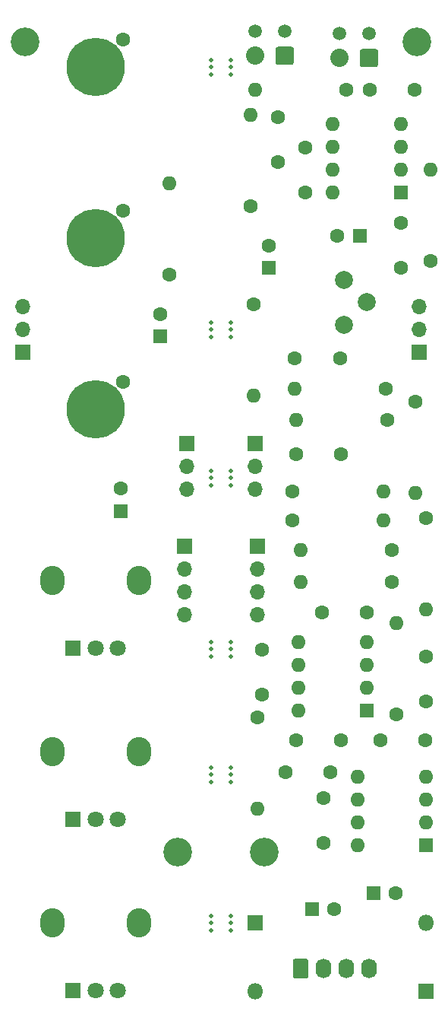
<source format=gts>
%TF.GenerationSoftware,KiCad,Pcbnew,(5.1.8-0-10_14)*%
%TF.CreationDate,2021-09-01T19:05:50+01:00*%
%TF.ProjectId,4u-spring-reverb,34752d73-7072-4696-9e67-2d7265766572,rev?*%
%TF.SameCoordinates,Original*%
%TF.FileFunction,Soldermask,Top*%
%TF.FilePolarity,Negative*%
%FSLAX46Y46*%
G04 Gerber Fmt 4.6, Leading zero omitted, Abs format (unit mm)*
G04 Created by KiCad (PCBNEW (5.1.8-0-10_14)) date 2021-09-01 19:05:50*
%MOMM*%
%LPD*%
G01*
G04 APERTURE LIST*
%ADD10O,1.600000X1.600000*%
%ADD11C,1.600000*%
%ADD12O,2.720000X3.240000*%
%ADD13C,1.800000*%
%ADD14R,1.800000X1.800000*%
%ADD15C,3.200000*%
%ADD16C,2.000000*%
%ADD17O,1.740000X2.190000*%
%ADD18O,1.700000X1.700000*%
%ADD19R,1.700000X1.700000*%
%ADD20C,1.500000*%
%ADD21C,2.032000*%
%ADD22C,6.500000*%
%ADD23R,1.600000X1.600000*%
%ADD24O,1.800000X1.800000*%
%ADD25C,0.500000*%
G04 APERTURE END LIST*
D10*
%TO.C,R16*%
X120015000Y-57404000D03*
D11*
X120015000Y-67564000D03*
%TD*%
D12*
%TO.C,RV2*%
X106960000Y-139700000D03*
X116560000Y-139700000D03*
D13*
X114260000Y-147200000D03*
X111760000Y-147200000D03*
D14*
X109260000Y-147200000D03*
%TD*%
D15*
%TO.C,REF\u002A\u002A*%
X103886000Y-41656000D03*
%TD*%
%TO.C,REF\u002A\u002A*%
X130556000Y-131826000D03*
%TD*%
%TO.C,REF\u002A\u002A*%
X120904000Y-131826000D03*
%TD*%
%TO.C,REF\u002A\u002A*%
X147574000Y-41656000D03*
%TD*%
D16*
%TO.C,R14*%
X139486000Y-73112000D03*
X139486000Y-68112000D03*
X141986000Y-70612000D03*
%TD*%
D10*
%TO.C,R13*%
X129794000Y-127000000D03*
D11*
X129794000Y-116840000D03*
%TD*%
D10*
%TO.C,R2*%
X129413000Y-81026000D03*
D11*
X129413000Y-70866000D03*
%TD*%
D17*
%TO.C,J8*%
X142240000Y-144780000D03*
X139700000Y-144780000D03*
X137160000Y-144780000D03*
G36*
G01*
X133750000Y-145625001D02*
X133750000Y-143934999D01*
G75*
G02*
X133999999Y-143685000I249999J0D01*
G01*
X135240001Y-143685000D01*
G75*
G02*
X135490000Y-143934999I0J-249999D01*
G01*
X135490000Y-145625001D01*
G75*
G02*
X135240001Y-145875000I-249999J0D01*
G01*
X133999999Y-145875000D01*
G75*
G02*
X133750000Y-145625001I0J249999D01*
G01*
G37*
%TD*%
D18*
%TO.C,J7*%
X121920000Y-91440000D03*
X121920000Y-88900000D03*
D19*
X121920000Y-86360000D03*
%TD*%
D18*
%TO.C,J6*%
X129540000Y-91440000D03*
X129540000Y-88900000D03*
D19*
X129540000Y-86360000D03*
%TD*%
D20*
%TO.C,J5*%
X142240000Y-40704000D03*
G36*
G01*
X143256000Y-42672000D02*
X143256000Y-44196000D01*
G75*
G02*
X143002000Y-44450000I-254000J0D01*
G01*
X141478000Y-44450000D01*
G75*
G02*
X141224000Y-44196000I0J254000D01*
G01*
X141224000Y-42672000D01*
G75*
G02*
X141478000Y-42418000I254000J0D01*
G01*
X143002000Y-42418000D01*
G75*
G02*
X143256000Y-42672000I0J-254000D01*
G01*
G37*
X138938000Y-40704000D03*
D21*
X138938000Y-43434000D03*
%TD*%
D11*
%TO.C,J3*%
X114808000Y-60452000D03*
D22*
X111760000Y-63500000D03*
%TD*%
D20*
%TO.C,J2*%
X132842000Y-40450000D03*
G36*
G01*
X133858000Y-42418000D02*
X133858000Y-43942000D01*
G75*
G02*
X133604000Y-44196000I-254000J0D01*
G01*
X132080000Y-44196000D01*
G75*
G02*
X131826000Y-43942000I0J254000D01*
G01*
X131826000Y-42418000D01*
G75*
G02*
X132080000Y-42164000I254000J0D01*
G01*
X133604000Y-42164000D01*
G75*
G02*
X133858000Y-42418000I0J-254000D01*
G01*
G37*
X129540000Y-40450000D03*
D21*
X129540000Y-43180000D03*
%TD*%
D11*
%TO.C,C13*%
X145248000Y-136398000D03*
D23*
X142748000Y-136398000D03*
%TD*%
D11*
%TO.C,C12*%
X138390000Y-138176000D03*
D23*
X135890000Y-138176000D03*
%TD*%
D11*
%TO.C,C11*%
X145796000Y-66802000D03*
X145796000Y-61802000D03*
%TD*%
%TO.C,C9*%
X137922000Y-122936000D03*
X132922000Y-122936000D03*
%TD*%
D12*
%TO.C,RV3*%
X106960000Y-120650000D03*
X116560000Y-120650000D03*
D13*
X114260000Y-128150000D03*
X111760000Y-128150000D03*
D14*
X109260000Y-128150000D03*
%TD*%
D12*
%TO.C,RV1*%
X106960000Y-101600000D03*
X116560000Y-101600000D03*
D13*
X114260000Y-109100000D03*
X111760000Y-109100000D03*
D14*
X109260000Y-109100000D03*
%TD*%
D10*
%TO.C,U3*%
X140970000Y-131064000D03*
X148590000Y-123444000D03*
X140970000Y-128524000D03*
X148590000Y-125984000D03*
X140970000Y-125984000D03*
X148590000Y-128524000D03*
X140970000Y-123444000D03*
D23*
X148590000Y-131064000D03*
%TD*%
D10*
%TO.C,U2*%
X134366000Y-116078000D03*
X141986000Y-108458000D03*
X134366000Y-113538000D03*
X141986000Y-110998000D03*
X134366000Y-110998000D03*
X141986000Y-113538000D03*
X134366000Y-108458000D03*
D23*
X141986000Y-116078000D03*
%TD*%
D10*
%TO.C,U1*%
X138176000Y-58420000D03*
X145796000Y-50800000D03*
X138176000Y-55880000D03*
X145796000Y-53340000D03*
X138176000Y-53340000D03*
X145796000Y-55880000D03*
X138176000Y-50800000D03*
D23*
X145796000Y-58420000D03*
%TD*%
D10*
%TO.C,R15*%
X149098000Y-55880000D03*
D11*
X149098000Y-66040000D03*
%TD*%
D10*
%TO.C,R12*%
X133985000Y-80264000D03*
D11*
X144145000Y-80264000D03*
%TD*%
D10*
%TO.C,R11*%
X134112000Y-83693000D03*
D11*
X144272000Y-83693000D03*
%TD*%
D10*
%TO.C,R10*%
X143891000Y-94869000D03*
D11*
X133731000Y-94869000D03*
%TD*%
D10*
%TO.C,R9*%
X143891000Y-91694000D03*
D11*
X133731000Y-91694000D03*
%TD*%
D10*
%TO.C,R8*%
X147447000Y-91821000D03*
D11*
X147447000Y-81661000D03*
%TD*%
D10*
%TO.C,R7*%
X148590000Y-104775000D03*
D11*
X148590000Y-94615000D03*
%TD*%
D10*
%TO.C,R6*%
X145288000Y-106299000D03*
D11*
X145288000Y-116459000D03*
%TD*%
D10*
%TO.C,R5*%
X134620000Y-98171000D03*
D11*
X144780000Y-98171000D03*
%TD*%
D10*
%TO.C,R4*%
X134620000Y-101727000D03*
D11*
X144780000Y-101727000D03*
%TD*%
D10*
%TO.C,R3*%
X129032000Y-49784000D03*
D11*
X129032000Y-59944000D03*
%TD*%
D10*
%TO.C,R1*%
X129540000Y-46990000D03*
D11*
X139700000Y-46990000D03*
%TD*%
D18*
%TO.C,J12*%
X121666000Y-105410000D03*
X121666000Y-102870000D03*
X121666000Y-100330000D03*
D19*
X121666000Y-97790000D03*
%TD*%
D18*
%TO.C,J11*%
X129794000Y-105410000D03*
X129794000Y-102870000D03*
X129794000Y-100330000D03*
D19*
X129794000Y-97790000D03*
%TD*%
D18*
%TO.C,J10*%
X147828000Y-71120000D03*
X147828000Y-73660000D03*
D19*
X147828000Y-76200000D03*
%TD*%
D18*
%TO.C,J9*%
X103632000Y-71120000D03*
X103632000Y-73660000D03*
D19*
X103632000Y-76200000D03*
%TD*%
D11*
%TO.C,J4*%
X114808000Y-41402000D03*
D22*
X111760000Y-44450000D03*
%TD*%
D11*
%TO.C,J1*%
X114808000Y-79502000D03*
D22*
X111760000Y-82550000D03*
%TD*%
D24*
%TO.C,D2*%
X148590000Y-139700000D03*
D14*
X148590000Y-147320000D03*
%TD*%
D24*
%TO.C,D1*%
X129540000Y-147320000D03*
D14*
X129540000Y-139700000D03*
%TD*%
D11*
%TO.C,C19*%
X147320000Y-46990000D03*
X142320000Y-46990000D03*
%TD*%
%TO.C,C18*%
X137160000Y-125810000D03*
X137160000Y-130810000D03*
%TD*%
%TO.C,C17*%
X148510000Y-119380000D03*
X143510000Y-119380000D03*
%TD*%
%TO.C,C16*%
X135128000Y-53420000D03*
X135128000Y-58420000D03*
%TD*%
%TO.C,C15*%
X141986000Y-105156000D03*
X136986000Y-105156000D03*
%TD*%
%TO.C,C14*%
X134112000Y-119380000D03*
X139112000Y-119380000D03*
%TD*%
%TO.C,C10*%
X138724000Y-63246000D03*
D23*
X141224000Y-63246000D03*
%TD*%
D11*
%TO.C,C8*%
X130302000Y-109300000D03*
X130302000Y-114300000D03*
%TD*%
%TO.C,C7*%
X138985000Y-76835000D03*
X133985000Y-76835000D03*
%TD*%
%TO.C,C6*%
X139112000Y-87503000D03*
X134112000Y-87503000D03*
%TD*%
%TO.C,C5*%
X148590000Y-110062000D03*
X148590000Y-115062000D03*
%TD*%
%TO.C,C4*%
X132080000Y-50038000D03*
X132080000Y-55038000D03*
%TD*%
%TO.C,C3*%
X131064000Y-64302000D03*
D23*
X131064000Y-66802000D03*
%TD*%
D11*
%TO.C,C2*%
X118999000Y-71922000D03*
D23*
X118999000Y-74422000D03*
%TD*%
D11*
%TO.C,C1*%
X114554000Y-91353000D03*
D23*
X114554000Y-93853000D03*
%TD*%
D25*
%TO.C,mouse-bite-2.54mm-slot*%
X126830000Y-122390000D03*
X126830000Y-123990000D03*
X124630000Y-123990000D03*
X124630000Y-122390000D03*
X126830000Y-123190000D03*
X124630000Y-123190000D03*
%TD*%
%TO.C,mouse-bite-2.54mm-slot*%
X126830000Y-89370000D03*
X126830000Y-90970000D03*
X124630000Y-90970000D03*
X124630000Y-89370000D03*
X126830000Y-90170000D03*
X124630000Y-90170000D03*
%TD*%
%TO.C,mouse-bite-2.54mm-slot*%
X126830000Y-43650000D03*
X126830000Y-45250000D03*
X124630000Y-45250000D03*
X124630000Y-43650000D03*
X126830000Y-44450000D03*
X124630000Y-44450000D03*
%TD*%
%TO.C,mouse-bite-2.54mm-slot*%
X126830000Y-72860000D03*
X126830000Y-74460000D03*
X124630000Y-74460000D03*
X124630000Y-72860000D03*
X126830000Y-73660000D03*
X124630000Y-73660000D03*
%TD*%
%TO.C,mouse-bite-2.54mm-slot*%
X126830000Y-108420000D03*
X126830000Y-110020000D03*
X124630000Y-110020000D03*
X124630000Y-108420000D03*
X126830000Y-109220000D03*
X124630000Y-109220000D03*
%TD*%
%TO.C,mouse-bite-2.54mm-slot*%
X126830000Y-138900000D03*
X126830000Y-140500000D03*
X124630000Y-140500000D03*
X124630000Y-138900000D03*
X126830000Y-139700000D03*
X124630000Y-139700000D03*
%TD*%
M02*

</source>
